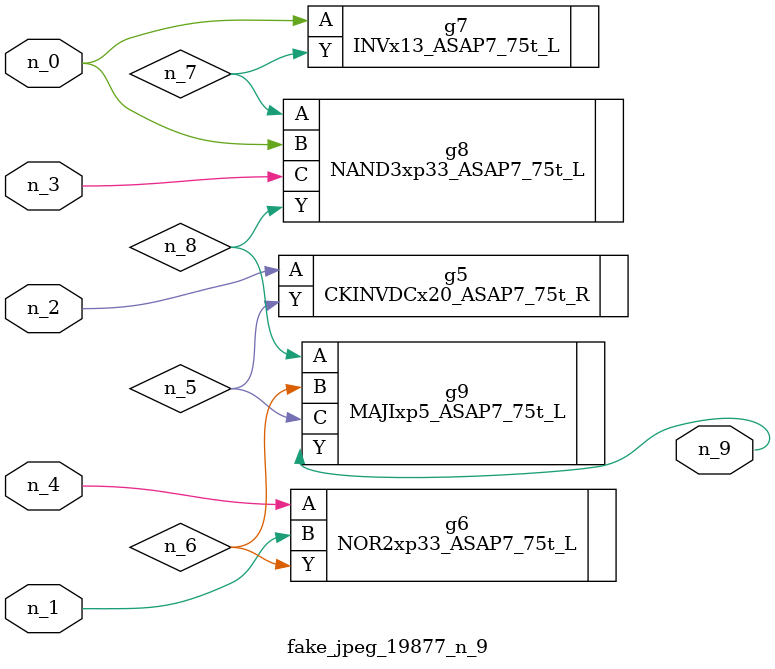
<source format=v>
module fake_jpeg_19877_n_9 (n_3, n_2, n_1, n_0, n_4, n_9);

input n_3;
input n_2;
input n_1;
input n_0;
input n_4;

output n_9;

wire n_8;
wire n_6;
wire n_5;
wire n_7;

CKINVDCx20_ASAP7_75t_R g5 ( 
.A(n_2),
.Y(n_5)
);

NOR2xp33_ASAP7_75t_L g6 ( 
.A(n_4),
.B(n_1),
.Y(n_6)
);

INVx13_ASAP7_75t_L g7 ( 
.A(n_0),
.Y(n_7)
);

NAND3xp33_ASAP7_75t_L g8 ( 
.A(n_7),
.B(n_0),
.C(n_3),
.Y(n_8)
);

MAJIxp5_ASAP7_75t_L g9 ( 
.A(n_8),
.B(n_6),
.C(n_5),
.Y(n_9)
);


endmodule
</source>
